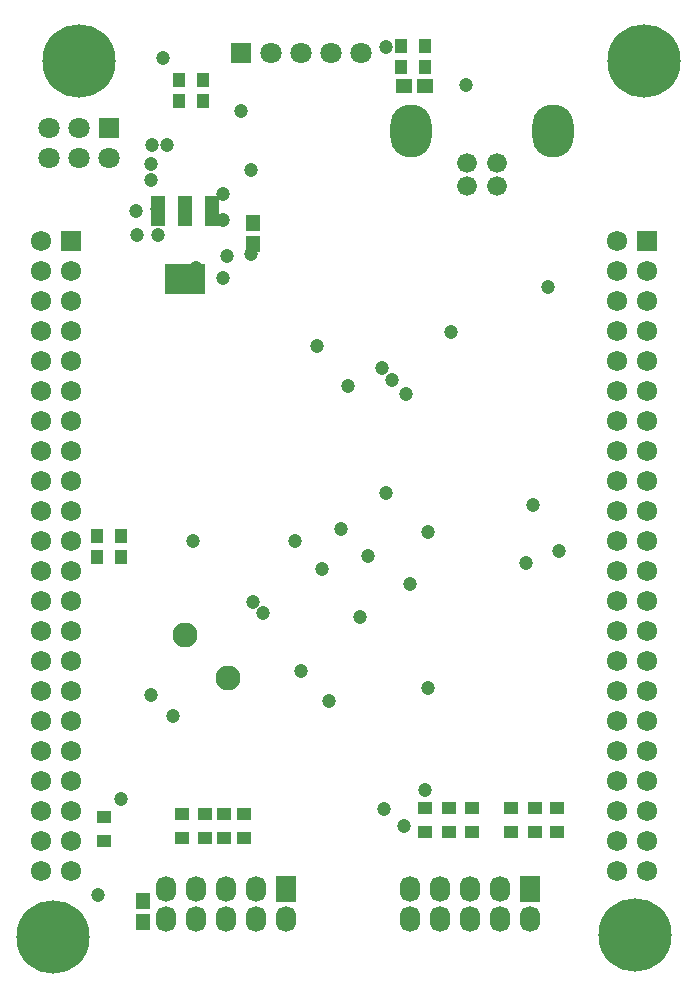
<source format=gbs>
G04*
G04 #@! TF.GenerationSoftware,Altium Limited,Altium Designer,20.1.12 (249)*
G04*
G04 Layer_Color=16711935*
%FSTAX24Y24*%
%MOIN*%
G70*
G04*
G04 #@! TF.SameCoordinates,A4519483-63F0-4905-8E8D-142606AE7E66*
G04*
G04*
G04 #@! TF.FilePolarity,Negative*
G04*
G01*
G75*
%ADD44R,0.0395X0.0513*%
%ADD48R,0.0513X0.0552*%
%ADD52R,0.0513X0.0395*%
%ADD56O,0.0671X0.0867*%
%ADD57R,0.0671X0.0867*%
%ADD58R,0.0710X0.0710*%
%ADD59C,0.0710*%
%ADD60C,0.0678*%
%ADD61R,0.0678X0.0678*%
%ADD62C,0.2442*%
%ADD63C,0.0660*%
%ADD64O,0.1378X0.1772*%
%ADD65C,0.0830*%
%ADD66C,0.0474*%
%ADD83R,0.0474X0.1025*%
%ADD84R,0.1379X0.1025*%
%ADD85R,0.0552X0.0513*%
D44*
X0297Y04715D02*
D03*
X0289D02*
D03*
X0371Y0476D02*
D03*
X0363D02*
D03*
X0363Y0483D02*
D03*
X0371D02*
D03*
X0297Y04645D02*
D03*
X0289D02*
D03*
X02615Y03125D02*
D03*
X02695D02*
D03*
X02615Y03195D02*
D03*
X02695D02*
D03*
D48*
X03135Y0424D02*
D03*
Y0417D02*
D03*
X0277Y0198D02*
D03*
Y0191D02*
D03*
D52*
X0264Y0218D02*
D03*
Y0226D02*
D03*
X029Y0227D02*
D03*
Y0219D02*
D03*
X0415Y0221D02*
D03*
Y0229D02*
D03*
X0371D02*
D03*
Y0221D02*
D03*
X0379Y0229D02*
D03*
Y0221D02*
D03*
X03865Y0229D02*
D03*
Y0221D02*
D03*
X04075D02*
D03*
Y0229D02*
D03*
X03995Y0221D02*
D03*
Y0229D02*
D03*
X03105Y0219D02*
D03*
Y0227D02*
D03*
X0304D02*
D03*
Y0219D02*
D03*
X02975Y0227D02*
D03*
Y0219D02*
D03*
D56*
X0366Y0202D02*
D03*
X0376D02*
D03*
X0386D02*
D03*
X0396D02*
D03*
X0406Y0192D02*
D03*
X0396D02*
D03*
X0386D02*
D03*
X0376D02*
D03*
X0366D02*
D03*
X02845D02*
D03*
X02945Y0192D02*
D03*
X03045D02*
D03*
X03145Y0192D02*
D03*
X03245Y0192D02*
D03*
X03145Y0202D02*
D03*
X03045D02*
D03*
X02945D02*
D03*
X02845Y0202D02*
D03*
D57*
X0406Y0202D02*
D03*
X03245Y0202D02*
D03*
D58*
X02655Y04555D02*
D03*
X03095Y04805D02*
D03*
D59*
X02655Y04455D02*
D03*
X02555D02*
D03*
X02455D02*
D03*
X02555Y04555D02*
D03*
X02455D02*
D03*
X03495Y04805D02*
D03*
X03395D02*
D03*
X03295D02*
D03*
X03195D02*
D03*
D60*
X0435Y0418D02*
D03*
Y0408D02*
D03*
X0435Y0398D02*
D03*
Y0388D02*
D03*
Y0378D02*
D03*
X0435Y0368D02*
D03*
Y0358D02*
D03*
X0435Y0348D02*
D03*
Y0338D02*
D03*
Y0328D02*
D03*
X0435Y0318D02*
D03*
X0435Y0308D02*
D03*
Y0298D02*
D03*
Y0288D02*
D03*
X0435Y0278D02*
D03*
Y0268D02*
D03*
X0435Y0258D02*
D03*
Y0248D02*
D03*
Y0238D02*
D03*
X0445Y0408D02*
D03*
Y0398D02*
D03*
Y0388D02*
D03*
Y0378D02*
D03*
Y0368D02*
D03*
Y0358D02*
D03*
Y0348D02*
D03*
Y0338D02*
D03*
Y0328D02*
D03*
Y0318D02*
D03*
Y0308D02*
D03*
Y0298D02*
D03*
Y0288D02*
D03*
Y0278D02*
D03*
Y0268D02*
D03*
Y0258D02*
D03*
Y0248D02*
D03*
Y0238D02*
D03*
Y0228D02*
D03*
Y0218D02*
D03*
Y0208D02*
D03*
X0435D02*
D03*
Y0218D02*
D03*
X0435Y0228D02*
D03*
X0243D02*
D03*
Y0218D02*
D03*
X0243Y0208D02*
D03*
X0253D02*
D03*
Y0218D02*
D03*
Y0228D02*
D03*
Y0238D02*
D03*
Y0248D02*
D03*
Y0258D02*
D03*
Y0268D02*
D03*
Y0278D02*
D03*
Y0288D02*
D03*
Y0298D02*
D03*
Y0308D02*
D03*
Y0318D02*
D03*
Y0328D02*
D03*
Y0338D02*
D03*
Y0348D02*
D03*
Y0358D02*
D03*
Y0368D02*
D03*
Y0378D02*
D03*
Y0388D02*
D03*
Y0398D02*
D03*
Y0408D02*
D03*
X0243Y0238D02*
D03*
Y0248D02*
D03*
Y0258D02*
D03*
Y0268D02*
D03*
Y0278D02*
D03*
Y0288D02*
D03*
Y0298D02*
D03*
Y0308D02*
D03*
Y0318D02*
D03*
Y0328D02*
D03*
Y0338D02*
D03*
Y0348D02*
D03*
Y0358D02*
D03*
Y0368D02*
D03*
Y0378D02*
D03*
Y0388D02*
D03*
Y0398D02*
D03*
Y0408D02*
D03*
X0243Y0418D02*
D03*
D61*
X0445D02*
D03*
X0253D02*
D03*
D62*
X0247Y0186D02*
D03*
X0444Y0478D02*
D03*
X02555D02*
D03*
X0441Y01865D02*
D03*
D63*
X0385Y043613D02*
D03*
X0385Y0444D02*
D03*
X039484D02*
D03*
X039484Y043613D02*
D03*
D64*
X041362Y045467D02*
D03*
X036622D02*
D03*
D65*
X030514Y027236D02*
D03*
X0291Y02865D02*
D03*
D66*
X02815Y04285D02*
D03*
X0275Y042D02*
D03*
X02745Y0428D02*
D03*
X027945Y043834D02*
D03*
Y044367D02*
D03*
X028Y045D02*
D03*
X0285D02*
D03*
X034296Y032196D02*
D03*
X035202Y03129D02*
D03*
X034934Y029266D02*
D03*
X0366Y030368D02*
D03*
X034537Y03695D02*
D03*
X0358Y0334D02*
D03*
X03275Y0318D02*
D03*
X03365Y03085D02*
D03*
X03795Y03875D02*
D03*
X040697Y033D02*
D03*
X02835Y0479D02*
D03*
X03095Y046113D02*
D03*
X0335Y0383D02*
D03*
X03035Y04335D02*
D03*
X03Y043D02*
D03*
X03035Y0425D02*
D03*
X02945Y0409D02*
D03*
X03035Y04055D02*
D03*
X0291Y040329D02*
D03*
X028194Y041994D02*
D03*
X0412Y04025D02*
D03*
X0358Y04825D02*
D03*
X0305Y0413D02*
D03*
X0313Y04135D02*
D03*
Y04415D02*
D03*
X024Y01795D02*
D03*
X02535Y01925D02*
D03*
Y01795D02*
D03*
X024Y01925D02*
D03*
X02375Y0186D02*
D03*
X02565D02*
D03*
X0247Y01765D02*
D03*
Y01955D02*
D03*
X0262Y02D02*
D03*
X03845Y047D02*
D03*
X02695Y0232D02*
D03*
X02795Y02665D02*
D03*
X035738Y022851D02*
D03*
X0444Y04875D02*
D03*
Y04685D02*
D03*
X04535Y0478D02*
D03*
X04345D02*
D03*
X0437Y04845D02*
D03*
X04505Y04715D02*
D03*
Y04845D02*
D03*
X0437Y04715D02*
D03*
X02555Y04875D02*
D03*
Y04685D02*
D03*
X0265Y0478D02*
D03*
X0246D02*
D03*
X02485Y04845D02*
D03*
X0262Y04715D02*
D03*
Y04845D02*
D03*
X02485Y04715D02*
D03*
X0441Y0196D02*
D03*
Y0177D02*
D03*
X04505Y01865D02*
D03*
X04315D02*
D03*
X0434Y0193D02*
D03*
X04475Y018D02*
D03*
Y0193D02*
D03*
X0434Y018D02*
D03*
X04045Y03105D02*
D03*
X02935Y0318D02*
D03*
X0372Y0269D02*
D03*
Y0321D02*
D03*
X03645Y0367D02*
D03*
X03565Y03755D02*
D03*
X0371Y0235D02*
D03*
X04155Y03145D02*
D03*
X028703Y025953D02*
D03*
X0364Y0223D02*
D03*
X033895Y026455D02*
D03*
X032953Y027453D02*
D03*
X0317Y0294D02*
D03*
X03135Y02975D02*
D03*
X036Y03715D02*
D03*
D83*
X028194Y042792D02*
D03*
X0291Y042792D02*
D03*
X030006Y042792D02*
D03*
D84*
X0291Y040508D02*
D03*
D85*
X0364Y04695D02*
D03*
X0371D02*
D03*
M02*

</source>
